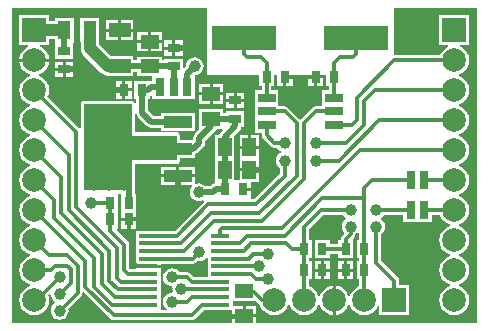
<source format=gtl>
G04 Layer_Physical_Order=1*
G04 Layer_Color=255*
%FSLAX44Y44*%
%MOMM*%
G71*
G01*
G75*
%ADD10R,5.5000X2.0000*%
%ADD11R,2.3500X3.3000*%
%ADD12R,2.3500X1.0000*%
%ADD13R,1.6000X0.3500*%
%ADD14R,0.7500X1.0000*%
%ADD15R,1.1100X1.5400*%
%ADD16R,0.8000X1.5000*%
%ADD17R,1.5000X0.8000*%
%ADD18R,0.8000X1.0500*%
%ADD19R,1.0500X0.8000*%
%ADD20R,1.5500X1.1500*%
%ADD21R,1.8500X1.2000*%
%ADD22R,1.1500X1.5500*%
%ADD23C,0.3000*%
%ADD24C,0.5000*%
%ADD25C,1.0000*%
%ADD26R,4.0640X7.3660*%
%ADD27R,5.2070X2.1590*%
%ADD28R,2.0000X2.0000*%
%ADD29C,2.0000*%
%ADD30R,2.0000X2.0000*%
%ADD31C,1.0000*%
G36*
X185103Y169510D02*
X183056Y167464D01*
X181942Y165797D01*
X181830Y165230D01*
X178400D01*
Y144650D01*
Y125600D01*
X178400D01*
X178309Y124368D01*
X177104Y124128D01*
X175436Y123014D01*
X174401Y121979D01*
X170661D01*
X170478Y122218D01*
X168902Y123426D01*
X167068Y124186D01*
X165100Y124445D01*
X163132Y124186D01*
X162436Y123898D01*
X161380Y124603D01*
Y129400D01*
X148360D01*
Y123130D01*
X158956D01*
X159448Y121860D01*
X158514Y120642D01*
X157754Y118808D01*
X157495Y116840D01*
X157754Y114872D01*
X158514Y113038D01*
X159722Y111462D01*
X161297Y110254D01*
X163132Y109494D01*
X165100Y109235D01*
X167068Y109494D01*
X168510Y110091D01*
X169229Y109015D01*
X144384Y84169D01*
X132440D01*
Y84340D01*
X111360D01*
Y75760D01*
Y69260D01*
Y62760D01*
Y55320D01*
X121900D01*
X132440D01*
Y56431D01*
X159610D01*
X161186Y56744D01*
X162523Y57637D01*
X163527Y58642D01*
X165100Y58435D01*
X167068Y58694D01*
X168902Y59454D01*
X170478Y60662D01*
X171090Y61461D01*
X172360Y61029D01*
Y56260D01*
Y45169D01*
X160566D01*
X157853Y47883D01*
X156516Y48776D01*
X154940Y49089D01*
X148583D01*
X147618Y50348D01*
X146042Y51556D01*
X144208Y52316D01*
X142240Y52575D01*
X140272Y52316D01*
X138438Y51556D01*
X136862Y50348D01*
X135654Y48773D01*
X134894Y46938D01*
X134635Y44970D01*
X134894Y43002D01*
X135654Y41167D01*
X136862Y39592D01*
X138438Y38384D01*
X140272Y37624D01*
X141775Y37426D01*
X142466Y36799D01*
X142725Y36148D01*
X142515Y34550D01*
X142725Y32952D01*
X142466Y32301D01*
X141775Y31674D01*
X140272Y31476D01*
X138438Y30716D01*
X136862Y29508D01*
X135654Y27933D01*
X134894Y26098D01*
X134635Y24130D01*
X134894Y22162D01*
X135654Y20327D01*
X136862Y18752D01*
X137727Y18089D01*
X137296Y16819D01*
X133527D01*
X132440Y17260D01*
Y23760D01*
Y30260D01*
Y36760D01*
Y43260D01*
Y49760D01*
Y52780D01*
X121900D01*
X111360D01*
Y51669D01*
X106556D01*
X105719Y52506D01*
Y72390D01*
X105406Y73966D01*
X104513Y75303D01*
X94895Y84920D01*
X95421Y86190D01*
X96450D01*
Y101770D01*
X96330D01*
Y115490D01*
X97587Y115520D01*
X97992D01*
X99250Y115490D01*
Y101770D01*
X98870D01*
Y95250D01*
X105410D01*
Y93980D01*
D01*
Y95250D01*
X111950D01*
Y101770D01*
X111830D01*
Y115490D01*
X110679D01*
Y121790D01*
X110540Y122489D01*
Y140920D01*
X146050D01*
X147041Y141117D01*
X147881Y141679D01*
X148443Y142519D01*
X148640Y143510D01*
Y146130D01*
X161380D01*
Y148802D01*
X161987Y148922D01*
X163654Y150036D01*
X168734Y155116D01*
X169848Y156784D01*
X170239Y158750D01*
Y160431D01*
X178894Y169086D01*
X180008Y170753D01*
X180013Y170780D01*
X184577D01*
X185103Y169510D01*
D02*
G37*
G36*
X272610Y206840D02*
X275031D01*
Y203390D01*
X269110D01*
Y189539D01*
X263910D01*
X262334Y189226D01*
X260997Y188333D01*
X251573Y178909D01*
X250967Y178467D01*
X249861Y178874D01*
X240403Y188333D01*
X239066Y189226D01*
X237490Y189539D01*
X232290D01*
Y203390D01*
X226369D01*
Y206840D01*
X228790D01*
Y215900D01*
X231210D01*
Y206840D01*
X236480D01*
Y214630D01*
X239020D01*
Y206840D01*
X244290D01*
Y215900D01*
X257110D01*
Y215900D01*
X263650D01*
X270190D01*
Y215900D01*
X272610D01*
Y206840D01*
D02*
G37*
G36*
X400050Y6350D02*
X213490D01*
Y11090D01*
X192910D01*
Y6350D01*
X6350D01*
Y273050D01*
X171450D01*
Y215900D01*
X215710D01*
Y206840D01*
X218131D01*
Y203390D01*
X212210D01*
Y190310D01*
Y178880D01*
Y167450D01*
X218131D01*
Y165100D01*
X218444Y163524D01*
X219337Y162187D01*
X225687Y155837D01*
X227024Y154944D01*
X228600Y154631D01*
X231147D01*
X232112Y153372D01*
X233687Y152164D01*
X234524Y151817D01*
Y150443D01*
X233687Y150096D01*
X232112Y148888D01*
X230904Y147312D01*
X230144Y145478D01*
X229885Y143510D01*
X230144Y141542D01*
X230904Y139707D01*
X232112Y138132D01*
X233371Y137167D01*
Y132516D01*
X211654Y110799D01*
X209672D01*
X208730Y111590D01*
X208730Y112069D01*
Y118110D01*
X202190D01*
Y120650D01*
X208730D01*
Y125600D01*
X215980D01*
Y134620D01*
X207690D01*
X199400D01*
Y128068D01*
X198502Y127170D01*
X195650Y127170D01*
X194980Y128162D01*
Y144650D01*
Y164853D01*
X199214Y169086D01*
X200328Y170753D01*
X200681Y172530D01*
X203370D01*
Y185610D01*
X187790D01*
Y184209D01*
X185550D01*
Y187360D01*
X164970D01*
Y170780D01*
X164970D01*
X165287Y170014D01*
X161466Y166194D01*
X160352Y164527D01*
X159961Y162560D01*
Y161210D01*
X148640D01*
Y165100D01*
X148443Y166091D01*
X147881Y166931D01*
X147041Y167493D01*
X146050Y167690D01*
X110540D01*
Y183479D01*
X111810Y183605D01*
X112092Y182183D01*
X113206Y180516D01*
X120686Y173036D01*
X122353Y171922D01*
X124320Y171531D01*
X132800D01*
Y169130D01*
X161380D01*
Y184210D01*
X132800D01*
Y181809D01*
X126448D01*
X121979Y186278D01*
Y195700D01*
X123380D01*
Y198323D01*
X124478Y198809D01*
X125540Y198182D01*
Y195700D01*
X161480D01*
Y214751D01*
X161480Y215780D01*
X162621Y216090D01*
X163258Y216174D01*
X165093Y216934D01*
X166668Y218142D01*
X167876Y219718D01*
X168636Y221552D01*
X168895Y223520D01*
X168636Y225488D01*
X167876Y227323D01*
X166668Y228898D01*
X165093Y230106D01*
X163258Y230866D01*
X161290Y231125D01*
X159322Y230866D01*
X157487Y230106D01*
X155912Y228898D01*
X154704Y227323D01*
X153944Y225488D01*
X153685Y223520D01*
X153724Y223221D01*
X152570Y222067D01*
X151300Y222593D01*
Y230040D01*
X135720D01*
Y228639D01*
X133480D01*
Y231790D01*
X112900D01*
Y228639D01*
X109490D01*
Y232040D01*
X89865D01*
X79905Y242000D01*
Y243760D01*
X80390D01*
Y264240D01*
X64210D01*
Y243760D01*
X64695D01*
Y238850D01*
X64954Y236882D01*
X65714Y235047D01*
X66922Y233472D01*
X82272Y218122D01*
X83848Y216914D01*
X85682Y216154D01*
X85910Y216124D01*
Y214960D01*
X109490D01*
Y218361D01*
X112900D01*
Y215210D01*
X125540D01*
Y210879D01*
X124460D01*
X123984Y210784D01*
X123380Y211280D01*
Y211280D01*
X110300D01*
Y195700D01*
X111701D01*
Y192440D01*
X110431Y192315D01*
X110343Y192761D01*
X109781Y193601D01*
X108941Y194163D01*
X107950Y194360D01*
X67310D01*
X66319Y194163D01*
X65479Y193601D01*
X64917Y192761D01*
X64720Y191770D01*
Y171501D01*
X63450Y170975D01*
X36704Y197721D01*
X37617Y199926D01*
X38048Y203200D01*
X37617Y206474D01*
X36354Y209524D01*
X34344Y212144D01*
X31724Y214154D01*
X29167Y215213D01*
Y216587D01*
X31724Y217646D01*
X34344Y219656D01*
X36354Y222276D01*
X37617Y225326D01*
X37881Y227330D01*
X12919D01*
X13183Y225326D01*
X14446Y222276D01*
X16456Y219656D01*
X19076Y217646D01*
X21633Y216587D01*
Y215213D01*
X19076Y214154D01*
X16456Y212144D01*
X14446Y209524D01*
X13183Y206474D01*
X12752Y203200D01*
X13183Y199926D01*
X14446Y196876D01*
X16456Y194256D01*
X19076Y192246D01*
X21633Y191187D01*
Y189813D01*
X19076Y188754D01*
X16456Y186744D01*
X14446Y184124D01*
X13183Y181074D01*
X12752Y177800D01*
X13183Y174526D01*
X14446Y171476D01*
X16456Y168856D01*
X19076Y166846D01*
X21633Y165787D01*
Y164413D01*
X19076Y163354D01*
X16456Y161344D01*
X14446Y158724D01*
X13183Y155674D01*
X12752Y152400D01*
X13183Y149126D01*
X14446Y146076D01*
X16456Y143456D01*
X19076Y141446D01*
X21633Y140387D01*
Y139013D01*
X19076Y137954D01*
X16456Y135944D01*
X14446Y133324D01*
X13183Y130274D01*
X12752Y127000D01*
X13183Y123726D01*
X14446Y120676D01*
X16456Y118056D01*
X19076Y116046D01*
X21633Y114987D01*
Y113613D01*
X19076Y112554D01*
X16456Y110544D01*
X14446Y107924D01*
X13183Y104874D01*
X12752Y101600D01*
X13183Y98326D01*
X14446Y95276D01*
X16456Y92656D01*
X19076Y90646D01*
X21633Y89587D01*
Y88213D01*
X19076Y87154D01*
X16456Y85144D01*
X14446Y82524D01*
X13183Y79474D01*
X12752Y76200D01*
X13183Y72926D01*
X14446Y69876D01*
X16456Y67256D01*
X19076Y65246D01*
X21633Y64187D01*
Y62813D01*
X19076Y61754D01*
X16456Y59744D01*
X14446Y57124D01*
X13183Y54074D01*
X12752Y50800D01*
X13183Y47526D01*
X14446Y44476D01*
X16456Y41856D01*
X19076Y39846D01*
X21633Y38787D01*
Y37413D01*
X19076Y36354D01*
X16456Y34344D01*
X14446Y31724D01*
X13183Y28674D01*
X12752Y25400D01*
X13183Y22126D01*
X14446Y19076D01*
X16456Y16456D01*
X19076Y14446D01*
X22126Y13183D01*
X25400Y12752D01*
X28674Y13183D01*
X31724Y14446D01*
X34344Y16456D01*
X36354Y19076D01*
X37617Y22126D01*
X38048Y25400D01*
X37617Y28674D01*
X37295Y29450D01*
X38160Y30315D01*
X39501Y29859D01*
X39644Y28772D01*
X40404Y26937D01*
X41612Y25362D01*
X42919Y24360D01*
X43036Y23811D01*
Y23439D01*
X42919Y22890D01*
X41612Y21888D01*
X40404Y20312D01*
X39644Y18478D01*
X39385Y16510D01*
X39644Y14542D01*
X40404Y12708D01*
X41612Y11132D01*
X43187Y9924D01*
X45022Y9164D01*
X46990Y8905D01*
X48958Y9164D01*
X50792Y9924D01*
X52368Y11132D01*
X53576Y12708D01*
X54336Y14542D01*
X54595Y16510D01*
X54388Y18083D01*
X65143Y28837D01*
X66036Y30174D01*
X66298Y31491D01*
X67474Y32111D01*
X89797Y9787D01*
X91134Y8894D01*
X92710Y8581D01*
X158750D01*
X160326Y8894D01*
X161663Y9787D01*
X169306Y17431D01*
X172360D01*
Y17260D01*
X192910D01*
Y13630D01*
X201930D01*
Y20650D01*
X193440D01*
Y25070D01*
X212945D01*
X215527Y22487D01*
X216503Y21835D01*
X217646Y19076D01*
X219656Y16456D01*
X222276Y14446D01*
X225326Y13183D01*
X228600Y12752D01*
X231874Y13183D01*
X234924Y14446D01*
X237544Y16456D01*
X239554Y19076D01*
X240613Y21633D01*
X241987D01*
X243046Y19076D01*
X245056Y16456D01*
X247676Y14446D01*
X250726Y13183D01*
X254000Y12752D01*
X257274Y13183D01*
X260324Y14446D01*
X262944Y16456D01*
X264954Y19076D01*
X266013Y21633D01*
X267387D01*
X268446Y19076D01*
X270456Y16456D01*
X273076Y14446D01*
X276126Y13183D01*
X278130Y12919D01*
Y25400D01*
Y37881D01*
X276126Y37617D01*
X273076Y36354D01*
X270456Y34344D01*
X268446Y31724D01*
X267387Y29167D01*
X266013D01*
X264954Y31724D01*
X262944Y34344D01*
X260324Y36354D01*
X258119Y37267D01*
Y43260D01*
X260290D01*
Y58340D01*
X258119D01*
Y61040D01*
X260290D01*
Y76120D01*
X258119D01*
Y85924D01*
X269676Y97481D01*
X287027D01*
X287992Y96222D01*
X289080Y95388D01*
X289165Y95184D01*
Y94046D01*
X289080Y93842D01*
X287992Y93008D01*
X286784Y91433D01*
X286024Y89598D01*
X285765Y87630D01*
X286024Y85662D01*
X286784Y83827D01*
X287992Y82252D01*
X288025Y81760D01*
X286387Y80123D01*
X285494Y78786D01*
X285181Y77210D01*
Y76120D01*
X283010D01*
Y72699D01*
X275790D01*
Y76120D01*
X263210D01*
Y61040D01*
X275790D01*
Y64461D01*
X283010D01*
Y61040D01*
X295590D01*
Y76120D01*
X295590D01*
X295135Y77219D01*
X296283Y78367D01*
X297176Y79704D01*
X297489Y81280D01*
Y81287D01*
X298748Y82252D01*
X299411Y83117D01*
X300681Y82686D01*
Y76120D01*
X298510D01*
Y61040D01*
X300681D01*
Y58340D01*
X298510D01*
Y43260D01*
X300681D01*
Y37267D01*
X298476Y36354D01*
X295856Y34344D01*
X293846Y31724D01*
X292787Y29167D01*
X291413D01*
X290354Y31724D01*
X288344Y34344D01*
X285724Y36354D01*
X282674Y37617D01*
X280670Y37881D01*
Y25400D01*
Y12919D01*
X282674Y13183D01*
X285724Y14446D01*
X288344Y16456D01*
X290354Y19076D01*
X291413Y21633D01*
X292787D01*
X293846Y19076D01*
X295856Y16456D01*
X298476Y14446D01*
X301526Y13183D01*
X304800Y12752D01*
X308074Y13183D01*
X311124Y14446D01*
X313744Y16456D01*
X315754Y19076D01*
X316390Y20612D01*
X317660Y20359D01*
Y12860D01*
X342740D01*
Y37940D01*
X334319D01*
Y41910D01*
X334006Y43486D01*
X333113Y44823D01*
X319079Y58856D01*
Y81287D01*
X320338Y82252D01*
X321546Y83827D01*
X322306Y85662D01*
X322565Y87630D01*
X322306Y89598D01*
X321546Y91433D01*
X320338Y93008D01*
X319250Y93842D01*
X319165Y94046D01*
Y95184D01*
X319250Y95388D01*
X320338Y96222D01*
X321303Y97481D01*
X337630D01*
Y91560D01*
X362140D01*
Y97481D01*
X369133D01*
X370046Y95276D01*
X372056Y92656D01*
X374676Y90646D01*
X377233Y89587D01*
Y88213D01*
X374676Y87154D01*
X372056Y85144D01*
X370046Y82524D01*
X368783Y79474D01*
X368352Y76200D01*
X368783Y72926D01*
X370046Y69876D01*
X372056Y67256D01*
X374676Y65246D01*
X377233Y64187D01*
Y62813D01*
X374676Y61754D01*
X372056Y59744D01*
X370046Y57124D01*
X368783Y54074D01*
X368352Y50800D01*
X368783Y47526D01*
X370046Y44476D01*
X372056Y41856D01*
X374676Y39846D01*
X377233Y38787D01*
Y37413D01*
X374676Y36354D01*
X372056Y34344D01*
X370046Y31724D01*
X368783Y28674D01*
X368352Y25400D01*
X368783Y22126D01*
X370046Y19076D01*
X372056Y16456D01*
X374676Y14446D01*
X377726Y13183D01*
X381000Y12752D01*
X384274Y13183D01*
X387324Y14446D01*
X389944Y16456D01*
X391954Y19076D01*
X393217Y22126D01*
X393648Y25400D01*
X393217Y28674D01*
X391954Y31724D01*
X389944Y34344D01*
X387324Y36354D01*
X384767Y37413D01*
Y38787D01*
X387324Y39846D01*
X389944Y41856D01*
X391954Y44476D01*
X393217Y47526D01*
X393648Y50800D01*
X393217Y54074D01*
X391954Y57124D01*
X389944Y59744D01*
X387324Y61754D01*
X384767Y62813D01*
Y64187D01*
X387324Y65246D01*
X389944Y67256D01*
X391954Y69876D01*
X393217Y72926D01*
X393648Y76200D01*
X393217Y79474D01*
X391954Y82524D01*
X389944Y85144D01*
X387324Y87154D01*
X384767Y88213D01*
Y89587D01*
X387324Y90646D01*
X389944Y92656D01*
X391954Y95276D01*
X393217Y98326D01*
X393648Y101600D01*
X393217Y104874D01*
X391954Y107924D01*
X389944Y110544D01*
X387324Y112554D01*
X384767Y113613D01*
Y114987D01*
X387324Y116046D01*
X389944Y118056D01*
X391954Y120676D01*
X393217Y123726D01*
X393648Y127000D01*
X393217Y130274D01*
X391954Y133324D01*
X389944Y135944D01*
X387324Y137954D01*
X384767Y139013D01*
Y140387D01*
X387324Y141446D01*
X389944Y143456D01*
X391954Y146076D01*
X393217Y149126D01*
X393648Y152400D01*
X393217Y155674D01*
X391954Y158724D01*
X389944Y161344D01*
X387324Y163354D01*
X384767Y164413D01*
Y165787D01*
X387324Y166846D01*
X389944Y168856D01*
X391954Y171476D01*
X393217Y174526D01*
X393648Y177800D01*
X393217Y181074D01*
X391954Y184124D01*
X389944Y186744D01*
X387324Y188754D01*
X384767Y189813D01*
Y191187D01*
X387324Y192246D01*
X389944Y194256D01*
X391954Y196876D01*
X393217Y199926D01*
X393648Y203200D01*
X393217Y206474D01*
X391954Y209524D01*
X389944Y212144D01*
X387324Y214154D01*
X384767Y215213D01*
Y216587D01*
X387324Y217646D01*
X389944Y219656D01*
X391954Y222276D01*
X393217Y225326D01*
X393648Y228600D01*
X393217Y231874D01*
X391954Y234924D01*
X389944Y237544D01*
X387324Y239554D01*
X385788Y240190D01*
X386040Y241460D01*
X393540D01*
Y266540D01*
X368460D01*
Y241460D01*
X375960D01*
X376212Y240190D01*
X374676Y239554D01*
X372056Y237544D01*
X370046Y234924D01*
X369133Y232719D01*
X330200D01*
Y273050D01*
X400050D01*
Y6350D01*
D02*
G37*
%LPC*%
G36*
X161380Y138210D02*
X148360D01*
Y131940D01*
X161380D01*
Y138210D01*
D02*
G37*
G36*
X145820D02*
X132800D01*
Y131940D01*
X145820D01*
Y138210D01*
D02*
G37*
G36*
Y129400D02*
X132800D01*
Y123130D01*
X145820D01*
Y129400D01*
D02*
G37*
G36*
X104140Y92710D02*
X98870D01*
Y86190D01*
X104140D01*
Y92710D01*
D02*
G37*
G36*
X111950D02*
X106680D01*
Y86190D01*
X111950D01*
Y92710D01*
D02*
G37*
G36*
X262380Y213360D02*
X257110D01*
Y206840D01*
X262380D01*
Y213360D01*
D02*
G37*
G36*
X270190D02*
X264920D01*
Y206840D01*
X270190D01*
Y213360D01*
D02*
G37*
G36*
X215980Y165230D02*
X208960D01*
Y156210D01*
X215980D01*
Y165230D01*
D02*
G37*
G36*
X194310Y193300D02*
X187790D01*
Y188030D01*
X194310D01*
Y193300D01*
D02*
G37*
G36*
X206420Y165230D02*
X199400D01*
Y156210D01*
X206420D01*
Y165230D01*
D02*
G37*
G36*
X268230Y49530D02*
X263210D01*
Y43260D01*
X268230D01*
Y49530D01*
D02*
G37*
G36*
X215980Y153670D02*
X207690D01*
X199400D01*
Y144650D01*
Y137160D01*
X207690D01*
X215980D01*
Y144650D01*
Y153670D01*
D02*
G37*
G36*
X203370Y193300D02*
X196850D01*
Y188030D01*
X203370D01*
Y193300D01*
D02*
G37*
G36*
X107880Y202220D02*
X102610D01*
Y195700D01*
X107880D01*
Y202220D01*
D02*
G37*
G36*
X213490Y20650D02*
X204470D01*
Y13630D01*
X213490D01*
Y20650D01*
D02*
G37*
G36*
X100070Y202220D02*
X94800D01*
Y195700D01*
X100070D01*
Y202220D01*
D02*
G37*
G36*
X173990Y198800D02*
X164970D01*
Y191780D01*
X173990D01*
Y198800D01*
D02*
G37*
G36*
X185550D02*
X176530D01*
Y191780D01*
X185550D01*
Y198800D01*
D02*
G37*
G36*
X288030Y58340D02*
X283010D01*
Y52070D01*
X288030D01*
Y58340D01*
D02*
G37*
G36*
X295590D02*
X290570D01*
Y52070D01*
X295590D01*
Y58340D01*
D02*
G37*
G36*
X268230D02*
X263210D01*
Y52070D01*
X268230D01*
Y58340D01*
D02*
G37*
G36*
X288030Y49530D02*
X283010D01*
Y43260D01*
X288030D01*
Y49530D01*
D02*
G37*
G36*
X295590D02*
X290570D01*
Y43260D01*
X295590D01*
Y49530D01*
D02*
G37*
G36*
X275790Y58340D02*
X270770D01*
Y52070D01*
X275790D01*
Y58340D01*
D02*
G37*
G36*
Y49530D02*
X270770D01*
Y43260D01*
X275790D01*
Y49530D01*
D02*
G37*
G36*
X133480Y243230D02*
X124460D01*
Y236210D01*
X133480D01*
Y243230D01*
D02*
G37*
G36*
X142240Y245540D02*
X135720D01*
Y240270D01*
X142240D01*
Y245540D01*
D02*
G37*
G36*
X151300D02*
X144780D01*
Y240270D01*
X151300D01*
Y245540D01*
D02*
G37*
G36*
X142240Y237730D02*
X135720D01*
Y232460D01*
X142240D01*
Y237730D01*
D02*
G37*
G36*
X151300D02*
X144780D01*
Y232460D01*
X151300D01*
Y237730D01*
D02*
G37*
G36*
X121920Y243230D02*
X112900D01*
Y236210D01*
X121920D01*
Y243230D01*
D02*
G37*
G36*
X133480Y252790D02*
X124460D01*
Y245770D01*
X133480D01*
Y252790D01*
D02*
G37*
G36*
X96430Y262540D02*
X85910D01*
Y255270D01*
X96430D01*
Y262540D01*
D02*
G37*
G36*
X109490D02*
X98970D01*
Y255270D01*
X109490D01*
Y262540D01*
D02*
G37*
G36*
X96430Y252730D02*
X85910D01*
Y245460D01*
X96430D01*
Y252730D01*
D02*
G37*
G36*
X109490D02*
X98970D01*
Y245460D01*
X109490D01*
Y252730D01*
D02*
G37*
G36*
X121920Y252790D02*
X112900D01*
Y245770D01*
X121920D01*
Y252790D01*
D02*
G37*
G36*
X37940Y266540D02*
X12860D01*
Y241460D01*
X20359D01*
X20612Y240190D01*
X19076Y239554D01*
X16456Y237544D01*
X14446Y234924D01*
X13183Y231874D01*
X12919Y229870D01*
X37881D01*
X37617Y231874D01*
X36354Y234924D01*
X34344Y237544D01*
X31724Y239554D01*
X30188Y240190D01*
X30440Y241460D01*
X37940D01*
Y246395D01*
X42710D01*
Y244036D01*
X42710Y243760D01*
X42710D01*
X43010Y242890D01*
X43010Y242890D01*
Y229810D01*
X58590D01*
Y242890D01*
X58590Y242890D01*
X58890Y243760D01*
X58890D01*
X58890Y244036D01*
Y264240D01*
X42710D01*
Y261605D01*
X37940D01*
Y266540D01*
D02*
G37*
G36*
X185550Y208360D02*
X176530D01*
Y201340D01*
X185550D01*
Y208360D01*
D02*
G37*
G36*
X100070Y211280D02*
X94800D01*
Y204760D01*
X100070D01*
Y211280D01*
D02*
G37*
G36*
X107880D02*
X102610D01*
Y204760D01*
X107880D01*
Y211280D01*
D02*
G37*
G36*
X194310Y201110D02*
X187790D01*
Y195840D01*
X194310D01*
Y201110D01*
D02*
G37*
G36*
X203370D02*
X196850D01*
Y195840D01*
X203370D01*
Y201110D01*
D02*
G37*
G36*
X173990Y208360D02*
X164970D01*
Y201340D01*
X173990D01*
Y208360D01*
D02*
G37*
G36*
X58590Y219580D02*
X52070D01*
Y214310D01*
X58590D01*
Y219580D01*
D02*
G37*
G36*
X49530Y227390D02*
X43010D01*
Y222120D01*
X49530D01*
Y227390D01*
D02*
G37*
G36*
X58590D02*
X52070D01*
Y222120D01*
X58590D01*
Y227390D01*
D02*
G37*
G36*
X49530Y219580D02*
X43010D01*
Y214310D01*
X49530D01*
Y219580D01*
D02*
G37*
%LPD*%
D10*
X298200Y247650D02*
D03*
X203200D02*
D03*
D11*
X86590Y153670D02*
D03*
D12*
X147090Y176670D02*
D03*
Y153670D02*
D03*
Y130670D02*
D03*
D13*
X121900Y80050D02*
D03*
Y73550D02*
D03*
Y67050D02*
D03*
Y60550D02*
D03*
Y54050D02*
D03*
Y47550D02*
D03*
Y41050D02*
D03*
Y34550D02*
D03*
Y28050D02*
D03*
Y21550D02*
D03*
X182900Y80050D02*
D03*
Y73550D02*
D03*
Y67050D02*
D03*
Y60550D02*
D03*
Y54050D02*
D03*
Y47550D02*
D03*
Y41050D02*
D03*
Y34550D02*
D03*
Y28050D02*
D03*
Y21550D02*
D03*
D14*
X254000Y50800D02*
D03*
X269500D02*
D03*
X304800D02*
D03*
X289300D02*
D03*
X304800Y68580D02*
D03*
X289300D02*
D03*
X254000D02*
D03*
X269500D02*
D03*
X90040Y107950D02*
D03*
X105540D02*
D03*
D15*
X50800Y254000D02*
D03*
X72300D02*
D03*
D16*
X132080Y205740D02*
D03*
X143510D02*
D03*
X154940D02*
D03*
X344170Y101600D02*
D03*
X355600D02*
D03*
X344170Y127000D02*
D03*
X355600D02*
D03*
D17*
X279150Y173990D02*
D03*
Y185420D02*
D03*
Y196850D02*
D03*
X222250Y173990D02*
D03*
Y185420D02*
D03*
Y196850D02*
D03*
D18*
X101340Y203490D02*
D03*
X116840D02*
D03*
X202190Y119380D02*
D03*
X186690D02*
D03*
X263650Y214630D02*
D03*
X279150D02*
D03*
X237750D02*
D03*
X222250D02*
D03*
X105410Y93980D02*
D03*
X89910D02*
D03*
D19*
X195580Y194570D02*
D03*
Y179070D02*
D03*
X143510Y239000D02*
D03*
Y223500D02*
D03*
X50800Y220850D02*
D03*
Y236350D02*
D03*
D20*
X175260Y179070D02*
D03*
Y200070D02*
D03*
X123190Y223500D02*
D03*
Y244500D02*
D03*
X203200Y33360D02*
D03*
Y12360D02*
D03*
D21*
X97700Y254000D02*
D03*
Y223500D02*
D03*
D22*
X186690Y135890D02*
D03*
X207690D02*
D03*
X186690Y154940D02*
D03*
X207690D02*
D03*
D23*
X213316Y43630D02*
X223560D01*
X209396Y47550D02*
X213316Y43630D01*
X182900Y47550D02*
X209396D01*
X250700Y201210D02*
Y214630D01*
X237750D02*
X263650D01*
X218530Y92710D02*
X254000Y128180D01*
X177800Y92710D02*
X218530D01*
X152140Y67050D02*
X177800Y92710D01*
X215900Y99060D02*
X247650Y130810D01*
X175170Y99060D02*
X215900D01*
X149660Y73550D02*
X175170Y99060D01*
X213360Y106680D02*
X237490Y130810D01*
X172720Y106680D02*
X213360D01*
X146090Y80050D02*
X172720Y106680D01*
X237490Y130810D02*
Y143510D01*
X105410Y93980D02*
X120650D01*
X105410Y80010D02*
Y93980D01*
Y80010D02*
X107950Y77470D01*
Y59037D02*
Y77470D01*
Y59037D02*
X112227Y54760D01*
X121190D01*
X121900Y54050D01*
X159610Y60550D02*
X165100Y66040D01*
X121900Y60550D02*
X159610D01*
X243840Y68580D02*
X254000D01*
X238910Y73510D02*
X243840Y68580D01*
X209400Y73510D02*
X238910D01*
X202940Y67050D02*
X209400Y73510D01*
X182900Y67050D02*
X202940D01*
X182900Y54050D02*
X215680D01*
X206940Y60550D02*
X210860Y64470D01*
X182900Y60550D02*
X206940D01*
X210860Y64470D02*
X223560D01*
X182900Y73550D02*
X199280D01*
X205740Y80010D01*
X237490D01*
X184150Y86360D02*
X234950D01*
X182900Y85110D02*
X184150Y86360D01*
X182900Y80050D02*
Y85110D01*
Y73550D02*
X182940Y73510D01*
X182900Y67050D02*
X182940Y67010D01*
X182900Y80050D02*
X182940Y80010D01*
X73660Y107950D02*
X90040D01*
X317500Y177800D02*
X381000D01*
X283210Y143510D02*
X317500Y177800D01*
X264160Y143510D02*
X283210D01*
X247650Y130810D02*
Y175260D01*
X254000Y128180D02*
Y175510D01*
X264160Y158750D02*
X289560D01*
X121900Y80050D02*
X146090D01*
X300990Y152400D02*
X381000D01*
X234950Y86360D02*
X300990Y152400D01*
X313690Y203200D02*
X381000D01*
X304800Y194310D02*
X313690Y203200D01*
X304800Y173990D02*
Y194310D01*
X289560Y158750D02*
X304800Y173990D01*
X228600Y158750D02*
X237490D01*
Y185420D02*
X247650Y175260D01*
X222250Y165100D02*
X228600Y158750D01*
X222250Y165100D02*
Y173990D01*
X330200Y228600D02*
X381000D01*
X298450Y196850D02*
X330200Y228600D01*
X298450Y177800D02*
Y196850D01*
X294640Y173990D02*
X298450Y177800D01*
X279150Y173990D02*
X294640D01*
X121900Y67050D02*
X152140D01*
X121900Y73550D02*
X149660D01*
X298200Y233680D02*
Y247650D01*
X295660Y231140D02*
X298200Y233680D01*
X284230Y231140D02*
X295660D01*
X279150Y226060D02*
X284230Y231140D01*
X279150Y214630D02*
Y226060D01*
Y196850D02*
Y214630D01*
X263910Y185420D02*
X279150D01*
X222250D02*
X237490D01*
X222250Y196850D02*
Y214630D01*
Y226060D01*
X217170Y231140D02*
X222250Y226060D01*
X205740Y231140D02*
X217170D01*
X203200Y233680D02*
X205740Y231140D01*
X203200Y233680D02*
Y247650D01*
X254000Y175510D02*
X263910Y185420D01*
X89910Y93980D02*
X90040Y94110D01*
Y107950D01*
X89910Y84080D02*
Y93980D01*
Y84080D02*
X101600Y72390D01*
Y50800D02*
Y72390D01*
Y50800D02*
X104850Y47550D01*
X121900D01*
X68580Y36830D02*
Y58420D01*
Y36830D02*
X92710Y12700D01*
X46990Y16510D02*
X62230Y31750D01*
Y54292D01*
X46990Y30740D02*
X56198Y39948D01*
Y51753D01*
X27420Y25400D02*
X46990Y44970D01*
X43180Y54610D02*
X53340D01*
X39370Y50800D02*
X43180Y54610D01*
X25400Y50800D02*
X39370D01*
X53340Y54610D02*
X56198Y51753D01*
X142240Y24130D02*
X154940D01*
X92710Y12700D02*
X158750D01*
X25400Y25400D02*
X27420D01*
X76200Y37045D02*
X91695Y21550D01*
X76200Y37045D02*
Y60960D01*
X82550Y39370D02*
Y64770D01*
Y39370D02*
X93870Y28050D01*
X53022Y63500D02*
X62230Y54292D01*
X41910Y95250D02*
X76200Y60960D01*
X48260Y99060D02*
X82550Y64770D01*
X98650Y41050D02*
X121900D01*
X95250Y44450D02*
X98650Y41050D01*
X95250Y44450D02*
Y69850D01*
X96260Y34550D02*
X121900D01*
X88900Y41910D02*
X96260Y34550D01*
X88900Y41910D02*
Y67310D01*
X93870Y28050D02*
X121900D01*
X91695Y21550D02*
X121900D01*
X60960Y104140D02*
X95250Y69850D01*
X60960Y104140D02*
Y167640D01*
X54610Y101600D02*
X88900Y67310D01*
X54610Y101600D02*
Y148590D01*
X25400Y152400D02*
X48260Y129540D01*
Y99060D02*
Y129540D01*
X25400Y127000D02*
X41910Y110490D01*
Y95250D02*
Y110490D01*
X25400Y203200D02*
X60960Y167640D01*
X25400Y177800D02*
X54610Y148590D01*
X25400Y101600D02*
X68580Y58420D01*
X25400Y76200D02*
X38100Y63500D01*
X53022D01*
X218440Y25400D02*
X228600D01*
X211750Y32090D02*
X218440Y25400D01*
X203200Y32090D02*
X211750D01*
X183810Y11090D02*
X203200D01*
X304800Y111760D02*
Y120650D01*
Y68580D02*
Y111760D01*
X269240D02*
X304800D01*
X237490Y80010D02*
X269240Y111760D01*
X330200Y25400D02*
Y41910D01*
X314960Y57150D02*
X330200Y41910D01*
X314960Y57150D02*
Y87630D01*
X293370Y81280D02*
Y87630D01*
X289300Y77210D02*
X293370Y81280D01*
X289300Y68580D02*
Y77210D01*
X267970Y101600D02*
X293370D01*
X314960D02*
X344170D01*
X254000Y87630D02*
X267970Y101600D01*
X254000Y68580D02*
Y87630D01*
X311150Y127000D02*
X344170D01*
X304800Y120650D02*
X311150Y127000D01*
X269500Y68580D02*
X289300D01*
X304800Y25400D02*
Y50800D01*
Y68580D01*
X254000Y50800D02*
Y68580D01*
Y25400D02*
Y50800D01*
X142240Y44970D02*
X154940D01*
X158860Y41050D01*
X182900D01*
X158860Y28050D02*
X182900D01*
X154940Y24130D02*
X158860Y28050D01*
X150120Y34550D02*
X182900D01*
X158750Y12700D02*
X167600Y21550D01*
X182900D01*
X355600Y101600D02*
X381000D01*
X355600Y127000D02*
X381000D01*
D24*
X143510Y239000D02*
X156930D01*
X50800Y220850D02*
X64220D01*
X147090Y117250D02*
Y130670D01*
X87920Y203490D02*
X101340D01*
X101600Y125730D02*
X105540Y121790D01*
Y107950D02*
Y121790D01*
X179070Y119380D02*
X186690D01*
X176530Y116840D02*
X179070Y119380D01*
X165100Y116840D02*
X176530D01*
X207690Y135890D02*
X223520D01*
X186690Y119380D02*
Y135890D01*
Y154940D01*
Y163830D01*
X195580Y172720D01*
Y179070D01*
X175260Y172720D02*
Y179070D01*
X165100Y162560D02*
X175260Y172720D01*
X165100Y158750D02*
Y162560D01*
X160020Y153670D02*
X165100Y158750D01*
X147090Y153670D02*
X160020D01*
X175260Y179070D02*
X195580D01*
X154940Y217170D02*
X161290Y223520D01*
X154940Y205740D02*
Y217170D01*
X124320Y176670D02*
X147090D01*
X116840Y184150D02*
X124320Y176670D01*
X116840Y184150D02*
Y203490D01*
X124460Y205740D02*
X132080D01*
X122210Y203490D02*
X124460Y205740D01*
X116840Y203490D02*
X122210D01*
X143510Y205740D02*
Y223500D01*
X123190D02*
X143510D01*
X97700D02*
X123190D01*
X50800Y236350D02*
Y254000D01*
D25*
X87650Y223500D02*
X97700D01*
X72300Y238850D02*
X87650Y223500D01*
X72300Y238850D02*
Y254000D01*
X25400D02*
X50800D01*
D26*
X87630Y154940D02*
D03*
D27*
X120015Y154305D02*
D03*
D28*
X330200Y25400D02*
D03*
D29*
X304800D02*
D03*
X279400D02*
D03*
X254000D02*
D03*
X228600D02*
D03*
X381000D02*
D03*
Y50800D02*
D03*
Y76200D02*
D03*
Y101600D02*
D03*
Y127000D02*
D03*
Y228600D02*
D03*
Y203200D02*
D03*
Y177800D02*
D03*
Y152400D02*
D03*
X25400Y25400D02*
D03*
Y50800D02*
D03*
Y76200D02*
D03*
Y101600D02*
D03*
Y127000D02*
D03*
Y228600D02*
D03*
Y203200D02*
D03*
Y177800D02*
D03*
Y152400D02*
D03*
D30*
X381000Y254000D02*
D03*
X25400D02*
D03*
D31*
X156930Y239000D02*
D03*
X76200Y123190D02*
D03*
X88900D02*
D03*
X101600D02*
D03*
Y184150D02*
D03*
X88900D02*
D03*
X76200D02*
D03*
X64220Y220850D02*
D03*
X147090Y117250D02*
D03*
X250700Y201210D02*
D03*
X87920Y203490D02*
D03*
X165100Y116840D02*
D03*
X223520Y135890D02*
D03*
X120650Y93980D02*
D03*
X165100Y66040D02*
D03*
X215680Y54050D02*
D03*
X223560Y43630D02*
D03*
Y64470D02*
D03*
X161290Y223520D02*
D03*
X116840Y153670D02*
D03*
X73660Y107950D02*
D03*
X264160Y143510D02*
D03*
X237490D02*
D03*
X264160Y158750D02*
D03*
X237490D02*
D03*
X46990Y30740D02*
D03*
Y44970D02*
D03*
Y16510D02*
D03*
X142240Y24130D02*
D03*
X183810Y11090D02*
D03*
X314960Y87630D02*
D03*
X293370D02*
D03*
Y101600D02*
D03*
X314960D02*
D03*
X142240Y44970D02*
D03*
X150120Y34550D02*
D03*
M02*

</source>
